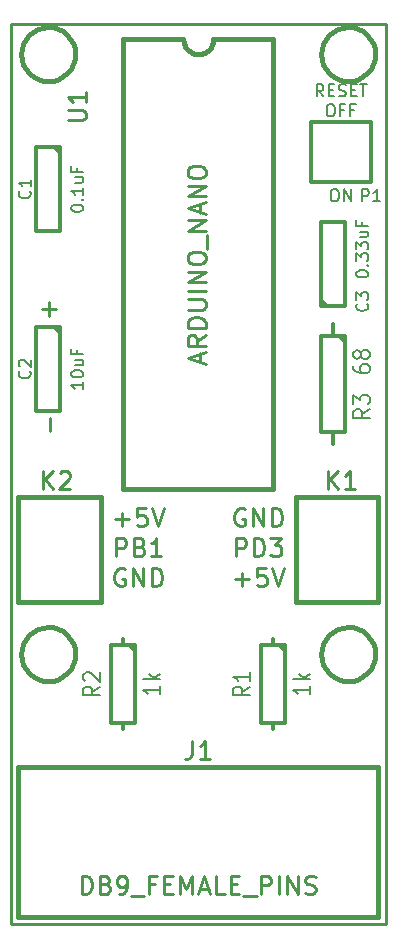
<source format=gto>
G04 (created by PCBNEW-RS274X (2010-03-14)-final) date Tue 08 Feb 2011 03:21:09 PM PST*
G01*
G70*
G90*
%MOIN*%
G04 Gerber Fmt 3.4, Leading zero omitted, Abs format*
%FSLAX34Y34*%
G04 APERTURE LIST*
%ADD10C,0.006000*%
%ADD11C,0.006700*%
%ADD12C,0.010000*%
%ADD13C,0.009000*%
%ADD14C,0.015000*%
%ADD15C,0.012000*%
%ADD16C,0.008000*%
G04 APERTURE END LIST*
G54D10*
G54D11*
X57169Y-27412D02*
X57035Y-27221D01*
X56940Y-27412D02*
X56940Y-27012D01*
X57093Y-27012D01*
X57131Y-27031D01*
X57150Y-27050D01*
X57169Y-27088D01*
X57169Y-27145D01*
X57150Y-27183D01*
X57131Y-27202D01*
X57093Y-27221D01*
X56940Y-27221D01*
X57340Y-27202D02*
X57474Y-27202D01*
X57531Y-27412D02*
X57340Y-27412D01*
X57340Y-27012D01*
X57531Y-27012D01*
X57683Y-27393D02*
X57740Y-27412D01*
X57836Y-27412D01*
X57874Y-27393D01*
X57893Y-27374D01*
X57912Y-27336D01*
X57912Y-27298D01*
X57893Y-27260D01*
X57874Y-27240D01*
X57836Y-27221D01*
X57759Y-27202D01*
X57721Y-27183D01*
X57702Y-27164D01*
X57683Y-27126D01*
X57683Y-27088D01*
X57702Y-27050D01*
X57721Y-27031D01*
X57759Y-27012D01*
X57855Y-27012D01*
X57912Y-27031D01*
X58083Y-27202D02*
X58217Y-27202D01*
X58274Y-27412D02*
X58083Y-27412D01*
X58083Y-27012D01*
X58274Y-27012D01*
X58388Y-27012D02*
X58617Y-27012D01*
X58502Y-27412D02*
X58502Y-27012D01*
X57369Y-27672D02*
X57446Y-27672D01*
X57484Y-27691D01*
X57522Y-27729D01*
X57541Y-27805D01*
X57541Y-27939D01*
X57522Y-28015D01*
X57484Y-28053D01*
X57446Y-28072D01*
X57369Y-28072D01*
X57331Y-28053D01*
X57293Y-28015D01*
X57274Y-27939D01*
X57274Y-27805D01*
X57293Y-27729D01*
X57331Y-27691D01*
X57369Y-27672D01*
X57846Y-27862D02*
X57712Y-27862D01*
X57712Y-28072D02*
X57712Y-27672D01*
X57903Y-27672D01*
X58189Y-27862D02*
X58055Y-27862D01*
X58055Y-28072D02*
X58055Y-27672D01*
X58246Y-27672D01*
X57502Y-30512D02*
X57579Y-30512D01*
X57617Y-30531D01*
X57655Y-30569D01*
X57674Y-30645D01*
X57674Y-30779D01*
X57655Y-30855D01*
X57617Y-30893D01*
X57579Y-30912D01*
X57502Y-30912D01*
X57464Y-30893D01*
X57426Y-30855D01*
X57407Y-30779D01*
X57407Y-30645D01*
X57426Y-30569D01*
X57464Y-30531D01*
X57502Y-30512D01*
X57845Y-30912D02*
X57845Y-30512D01*
X58074Y-30912D01*
X58074Y-30512D01*
G54D12*
X54543Y-41171D02*
X54486Y-41143D01*
X54400Y-41143D01*
X54315Y-41171D01*
X54257Y-41229D01*
X54229Y-41286D01*
X54200Y-41400D01*
X54200Y-41486D01*
X54229Y-41600D01*
X54257Y-41657D01*
X54315Y-41714D01*
X54400Y-41743D01*
X54457Y-41743D01*
X54543Y-41714D01*
X54572Y-41686D01*
X54572Y-41486D01*
X54457Y-41486D01*
X54829Y-41743D02*
X54829Y-41143D01*
X55172Y-41743D01*
X55172Y-41143D01*
X55458Y-41743D02*
X55458Y-41143D01*
X55601Y-41143D01*
X55686Y-41171D01*
X55744Y-41229D01*
X55772Y-41286D01*
X55801Y-41400D01*
X55801Y-41486D01*
X55772Y-41600D01*
X55744Y-41657D01*
X55686Y-41714D01*
X55601Y-41743D01*
X55458Y-41743D01*
X50543Y-43171D02*
X50486Y-43143D01*
X50400Y-43143D01*
X50315Y-43171D01*
X50257Y-43229D01*
X50229Y-43286D01*
X50200Y-43400D01*
X50200Y-43486D01*
X50229Y-43600D01*
X50257Y-43657D01*
X50315Y-43714D01*
X50400Y-43743D01*
X50457Y-43743D01*
X50543Y-43714D01*
X50572Y-43686D01*
X50572Y-43486D01*
X50457Y-43486D01*
X50829Y-43743D02*
X50829Y-43143D01*
X51172Y-43743D01*
X51172Y-43143D01*
X51458Y-43743D02*
X51458Y-43143D01*
X51601Y-43143D01*
X51686Y-43171D01*
X51744Y-43229D01*
X51772Y-43286D01*
X51801Y-43400D01*
X51801Y-43486D01*
X51772Y-43600D01*
X51744Y-43657D01*
X51686Y-43714D01*
X51601Y-43743D01*
X51458Y-43743D01*
X54229Y-43514D02*
X54686Y-43514D01*
X54457Y-43743D02*
X54457Y-43286D01*
X55258Y-43143D02*
X54972Y-43143D01*
X54943Y-43429D01*
X54972Y-43400D01*
X55029Y-43371D01*
X55172Y-43371D01*
X55229Y-43400D01*
X55258Y-43429D01*
X55286Y-43486D01*
X55286Y-43629D01*
X55258Y-43686D01*
X55229Y-43714D01*
X55172Y-43743D01*
X55029Y-43743D01*
X54972Y-43714D01*
X54943Y-43686D01*
X55457Y-43143D02*
X55657Y-43743D01*
X55857Y-43143D01*
X50229Y-41514D02*
X50686Y-41514D01*
X50457Y-41743D02*
X50457Y-41286D01*
X51258Y-41143D02*
X50972Y-41143D01*
X50943Y-41429D01*
X50972Y-41400D01*
X51029Y-41371D01*
X51172Y-41371D01*
X51229Y-41400D01*
X51258Y-41429D01*
X51286Y-41486D01*
X51286Y-41629D01*
X51258Y-41686D01*
X51229Y-41714D01*
X51172Y-41743D01*
X51029Y-41743D01*
X50972Y-41714D01*
X50943Y-41686D01*
X51457Y-41143D02*
X51657Y-41743D01*
X51857Y-41143D01*
G54D13*
X59250Y-25000D02*
X46750Y-25000D01*
X59250Y-55000D02*
X59250Y-25000D01*
X46750Y-55000D02*
X59250Y-55000D01*
X46750Y-25000D02*
X46750Y-55000D01*
G54D14*
X47000Y-40750D02*
X49750Y-40750D01*
X49750Y-40750D02*
X49750Y-44250D01*
X49750Y-44250D02*
X47000Y-44250D01*
X47000Y-44250D02*
X47000Y-40750D01*
X59000Y-44250D02*
X56250Y-44250D01*
X56250Y-44250D02*
X56250Y-40750D01*
X56250Y-40750D02*
X59000Y-40750D01*
X59000Y-40750D02*
X59000Y-44250D01*
X59000Y-50500D02*
X59000Y-49750D01*
X59000Y-49750D02*
X47000Y-49750D01*
X47000Y-49750D02*
X47000Y-50500D01*
X47000Y-50500D02*
X47000Y-54750D01*
X47000Y-54750D02*
X59000Y-54750D01*
X59000Y-54750D02*
X59000Y-50500D01*
G54D15*
X57100Y-34400D02*
X57100Y-31600D01*
X57100Y-31600D02*
X57900Y-31600D01*
X57900Y-31600D02*
X57900Y-34400D01*
X57900Y-34400D02*
X57100Y-34400D01*
X57300Y-34400D02*
X57100Y-34200D01*
X58750Y-28250D02*
X58750Y-30250D01*
X58750Y-30250D02*
X56750Y-30250D01*
X56750Y-30250D02*
X56750Y-28250D01*
X56750Y-28250D02*
X58750Y-28250D01*
X48400Y-29100D02*
X48400Y-31900D01*
X48400Y-31900D02*
X47600Y-31900D01*
X47600Y-31900D02*
X47600Y-29100D01*
X47600Y-29100D02*
X48400Y-29100D01*
X48200Y-29100D02*
X48400Y-29300D01*
X48400Y-35100D02*
X48400Y-37900D01*
X48400Y-37900D02*
X47600Y-37900D01*
X47600Y-37900D02*
X47600Y-35100D01*
X47600Y-35100D02*
X48400Y-35100D01*
X48200Y-35100D02*
X48400Y-35300D01*
X55500Y-45500D02*
X55500Y-45700D01*
X55500Y-48500D02*
X55500Y-48300D01*
X55500Y-48300D02*
X55900Y-48300D01*
X55900Y-48300D02*
X55900Y-45700D01*
X55900Y-45700D02*
X55100Y-45700D01*
X55100Y-45700D02*
X55100Y-48300D01*
X55100Y-48300D02*
X55500Y-48300D01*
X55700Y-45700D02*
X55900Y-45900D01*
X50500Y-45500D02*
X50500Y-45700D01*
X50500Y-48500D02*
X50500Y-48300D01*
X50500Y-48300D02*
X50900Y-48300D01*
X50900Y-48300D02*
X50900Y-45700D01*
X50900Y-45700D02*
X50100Y-45700D01*
X50100Y-45700D02*
X50100Y-48300D01*
X50100Y-48300D02*
X50500Y-48300D01*
X50700Y-45700D02*
X50900Y-45900D01*
X57500Y-35000D02*
X57500Y-35400D01*
X57500Y-35400D02*
X57900Y-35400D01*
X57900Y-35400D02*
X57900Y-38600D01*
X57900Y-38600D02*
X57100Y-38600D01*
X57100Y-38600D02*
X57100Y-35400D01*
X57100Y-35400D02*
X57500Y-35400D01*
X57700Y-35400D02*
X57900Y-35600D01*
X57500Y-39000D02*
X57500Y-38600D01*
G54D14*
X52500Y-25500D02*
X52502Y-25543D01*
X52508Y-25586D01*
X52518Y-25629D01*
X52531Y-25671D01*
X52547Y-25711D01*
X52567Y-25749D01*
X52591Y-25786D01*
X52617Y-25821D01*
X52647Y-25853D01*
X52679Y-25883D01*
X52714Y-25909D01*
X52751Y-25933D01*
X52789Y-25953D01*
X52829Y-25969D01*
X52871Y-25982D01*
X52914Y-25992D01*
X52957Y-25998D01*
X53000Y-26000D01*
X53000Y-26000D02*
X53043Y-25998D01*
X53086Y-25992D01*
X53129Y-25982D01*
X53171Y-25969D01*
X53211Y-25953D01*
X53250Y-25933D01*
X53286Y-25909D01*
X53321Y-25883D01*
X53353Y-25853D01*
X53383Y-25821D01*
X53409Y-25786D01*
X53433Y-25749D01*
X53453Y-25711D01*
X53469Y-25671D01*
X53482Y-25629D01*
X53492Y-25586D01*
X53498Y-25543D01*
X53500Y-25500D01*
X55500Y-25500D02*
X53500Y-25500D01*
X50500Y-25500D02*
X52500Y-25500D01*
X50500Y-25500D02*
X50500Y-40500D01*
X50500Y-40500D02*
X55500Y-40500D01*
X55500Y-40500D02*
X55500Y-25500D01*
X58900Y-46000D02*
X58882Y-46174D01*
X58832Y-46342D01*
X58749Y-46498D01*
X58638Y-46634D01*
X58503Y-46746D01*
X58348Y-46829D01*
X58180Y-46881D01*
X58006Y-46899D01*
X57832Y-46884D01*
X57663Y-46834D01*
X57508Y-46753D01*
X57371Y-46643D01*
X57258Y-46508D01*
X57173Y-46354D01*
X57120Y-46187D01*
X57101Y-46012D01*
X57115Y-45838D01*
X57164Y-45669D01*
X57244Y-45513D01*
X57353Y-45375D01*
X57487Y-45261D01*
X57640Y-45176D01*
X57807Y-45121D01*
X57982Y-45101D01*
X58156Y-45114D01*
X58325Y-45161D01*
X58482Y-45241D01*
X58620Y-45349D01*
X58735Y-45482D01*
X58822Y-45634D01*
X58877Y-45801D01*
X58899Y-45975D01*
X58900Y-46000D01*
X48900Y-46000D02*
X48882Y-46174D01*
X48832Y-46342D01*
X48749Y-46498D01*
X48638Y-46634D01*
X48503Y-46746D01*
X48348Y-46829D01*
X48180Y-46881D01*
X48006Y-46899D01*
X47832Y-46884D01*
X47663Y-46834D01*
X47508Y-46753D01*
X47371Y-46643D01*
X47258Y-46508D01*
X47173Y-46354D01*
X47120Y-46187D01*
X47101Y-46012D01*
X47115Y-45838D01*
X47164Y-45669D01*
X47244Y-45513D01*
X47353Y-45375D01*
X47487Y-45261D01*
X47640Y-45176D01*
X47807Y-45121D01*
X47982Y-45101D01*
X48156Y-45114D01*
X48325Y-45161D01*
X48482Y-45241D01*
X48620Y-45349D01*
X48735Y-45482D01*
X48822Y-45634D01*
X48877Y-45801D01*
X48899Y-45975D01*
X48900Y-46000D01*
X58900Y-26000D02*
X58882Y-26174D01*
X58832Y-26342D01*
X58749Y-26498D01*
X58638Y-26634D01*
X58503Y-26746D01*
X58348Y-26829D01*
X58180Y-26881D01*
X58006Y-26899D01*
X57832Y-26884D01*
X57663Y-26834D01*
X57508Y-26753D01*
X57371Y-26643D01*
X57258Y-26508D01*
X57173Y-26354D01*
X57120Y-26187D01*
X57101Y-26012D01*
X57115Y-25838D01*
X57164Y-25669D01*
X57244Y-25513D01*
X57353Y-25375D01*
X57487Y-25261D01*
X57640Y-25176D01*
X57807Y-25121D01*
X57982Y-25101D01*
X58156Y-25114D01*
X58325Y-25161D01*
X58482Y-25241D01*
X58620Y-25349D01*
X58735Y-25482D01*
X58822Y-25634D01*
X58877Y-25801D01*
X58899Y-25975D01*
X58900Y-26000D01*
X48900Y-26000D02*
X48882Y-26174D01*
X48832Y-26342D01*
X48749Y-26498D01*
X48638Y-26634D01*
X48503Y-26746D01*
X48348Y-26829D01*
X48180Y-26881D01*
X48006Y-26899D01*
X47832Y-26884D01*
X47663Y-26834D01*
X47508Y-26753D01*
X47371Y-26643D01*
X47258Y-26508D01*
X47173Y-26354D01*
X47120Y-26187D01*
X47101Y-26012D01*
X47115Y-25838D01*
X47164Y-25669D01*
X47244Y-25513D01*
X47353Y-25375D01*
X47487Y-25261D01*
X47640Y-25176D01*
X47807Y-25121D01*
X47982Y-25101D01*
X48156Y-25114D01*
X48325Y-25161D01*
X48482Y-25241D01*
X48620Y-25349D01*
X48735Y-25482D01*
X48822Y-25634D01*
X48877Y-25801D01*
X48899Y-25975D01*
X48900Y-26000D01*
G54D12*
X47808Y-40493D02*
X47808Y-39893D01*
X48151Y-40493D02*
X47894Y-40150D01*
X48151Y-39893D02*
X47808Y-40236D01*
X48379Y-39950D02*
X48408Y-39921D01*
X48465Y-39893D01*
X48608Y-39893D01*
X48665Y-39921D01*
X48694Y-39950D01*
X48722Y-40007D01*
X48722Y-40064D01*
X48694Y-40150D01*
X48351Y-40493D01*
X48722Y-40493D01*
X50258Y-42743D02*
X50258Y-42143D01*
X50486Y-42143D01*
X50544Y-42171D01*
X50572Y-42200D01*
X50601Y-42257D01*
X50601Y-42343D01*
X50572Y-42400D01*
X50544Y-42429D01*
X50486Y-42457D01*
X50258Y-42457D01*
X51058Y-42429D02*
X51144Y-42457D01*
X51172Y-42486D01*
X51201Y-42543D01*
X51201Y-42629D01*
X51172Y-42686D01*
X51144Y-42714D01*
X51086Y-42743D01*
X50858Y-42743D01*
X50858Y-42143D01*
X51058Y-42143D01*
X51115Y-42171D01*
X51144Y-42200D01*
X51172Y-42257D01*
X51172Y-42314D01*
X51144Y-42371D01*
X51115Y-42400D01*
X51058Y-42429D01*
X50858Y-42429D01*
X51772Y-42743D02*
X51429Y-42743D01*
X51601Y-42743D02*
X51601Y-42143D01*
X51544Y-42229D01*
X51486Y-42286D01*
X51429Y-42314D01*
X57308Y-40493D02*
X57308Y-39893D01*
X57651Y-40493D02*
X57394Y-40150D01*
X57651Y-39893D02*
X57308Y-40236D01*
X58222Y-40493D02*
X57879Y-40493D01*
X58051Y-40493D02*
X58051Y-39893D01*
X57994Y-39979D01*
X57936Y-40036D01*
X57879Y-40064D01*
X54258Y-42743D02*
X54258Y-42143D01*
X54486Y-42143D01*
X54544Y-42171D01*
X54572Y-42200D01*
X54601Y-42257D01*
X54601Y-42343D01*
X54572Y-42400D01*
X54544Y-42429D01*
X54486Y-42457D01*
X54258Y-42457D01*
X54858Y-42743D02*
X54858Y-42143D01*
X55001Y-42143D01*
X55086Y-42171D01*
X55144Y-42229D01*
X55172Y-42286D01*
X55201Y-42400D01*
X55201Y-42486D01*
X55172Y-42600D01*
X55144Y-42657D01*
X55086Y-42714D01*
X55001Y-42743D01*
X54858Y-42743D01*
X55401Y-42143D02*
X55772Y-42143D01*
X55572Y-42371D01*
X55658Y-42371D01*
X55715Y-42400D01*
X55744Y-42429D01*
X55772Y-42486D01*
X55772Y-42629D01*
X55744Y-42686D01*
X55715Y-42714D01*
X55658Y-42743D01*
X55486Y-42743D01*
X55429Y-42714D01*
X55401Y-42686D01*
X52800Y-48893D02*
X52800Y-49321D01*
X52772Y-49407D01*
X52715Y-49464D01*
X52629Y-49493D01*
X52572Y-49493D01*
X53400Y-49493D02*
X53057Y-49493D01*
X53229Y-49493D02*
X53229Y-48893D01*
X53172Y-48979D01*
X53114Y-49036D01*
X53057Y-49064D01*
X49115Y-53993D02*
X49115Y-53393D01*
X49258Y-53393D01*
X49343Y-53421D01*
X49401Y-53479D01*
X49429Y-53536D01*
X49458Y-53650D01*
X49458Y-53736D01*
X49429Y-53850D01*
X49401Y-53907D01*
X49343Y-53964D01*
X49258Y-53993D01*
X49115Y-53993D01*
X49915Y-53679D02*
X50001Y-53707D01*
X50029Y-53736D01*
X50058Y-53793D01*
X50058Y-53879D01*
X50029Y-53936D01*
X50001Y-53964D01*
X49943Y-53993D01*
X49715Y-53993D01*
X49715Y-53393D01*
X49915Y-53393D01*
X49972Y-53421D01*
X50001Y-53450D01*
X50029Y-53507D01*
X50029Y-53564D01*
X50001Y-53621D01*
X49972Y-53650D01*
X49915Y-53679D01*
X49715Y-53679D01*
X50343Y-53993D02*
X50458Y-53993D01*
X50515Y-53964D01*
X50543Y-53936D01*
X50601Y-53850D01*
X50629Y-53736D01*
X50629Y-53507D01*
X50601Y-53450D01*
X50572Y-53421D01*
X50515Y-53393D01*
X50401Y-53393D01*
X50343Y-53421D01*
X50315Y-53450D01*
X50286Y-53507D01*
X50286Y-53650D01*
X50315Y-53707D01*
X50343Y-53736D01*
X50401Y-53764D01*
X50515Y-53764D01*
X50572Y-53736D01*
X50601Y-53707D01*
X50629Y-53650D01*
X50743Y-54050D02*
X51200Y-54050D01*
X51543Y-53679D02*
X51343Y-53679D01*
X51343Y-53993D02*
X51343Y-53393D01*
X51629Y-53393D01*
X51857Y-53679D02*
X52057Y-53679D01*
X52143Y-53993D02*
X51857Y-53993D01*
X51857Y-53393D01*
X52143Y-53393D01*
X52400Y-53993D02*
X52400Y-53393D01*
X52600Y-53821D01*
X52800Y-53393D01*
X52800Y-53993D01*
X53057Y-53821D02*
X53343Y-53821D01*
X53000Y-53993D02*
X53200Y-53393D01*
X53400Y-53993D01*
X53886Y-53993D02*
X53600Y-53993D01*
X53600Y-53393D01*
X54086Y-53679D02*
X54286Y-53679D01*
X54372Y-53993D02*
X54086Y-53993D01*
X54086Y-53393D01*
X54372Y-53393D01*
X54486Y-54050D02*
X54943Y-54050D01*
X55086Y-53993D02*
X55086Y-53393D01*
X55314Y-53393D01*
X55372Y-53421D01*
X55400Y-53450D01*
X55429Y-53507D01*
X55429Y-53593D01*
X55400Y-53650D01*
X55372Y-53679D01*
X55314Y-53707D01*
X55086Y-53707D01*
X55686Y-53993D02*
X55686Y-53393D01*
X55972Y-53993D02*
X55972Y-53393D01*
X56315Y-53993D01*
X56315Y-53393D01*
X56572Y-53964D02*
X56658Y-53993D01*
X56801Y-53993D01*
X56858Y-53964D01*
X56887Y-53936D01*
X56915Y-53879D01*
X56915Y-53821D01*
X56887Y-53764D01*
X56858Y-53736D01*
X56801Y-53707D01*
X56687Y-53679D01*
X56629Y-53650D01*
X56601Y-53621D01*
X56572Y-53564D01*
X56572Y-53507D01*
X56601Y-53450D01*
X56629Y-53421D01*
X56687Y-53393D01*
X56829Y-53393D01*
X56915Y-53421D01*
G54D11*
X58624Y-34316D02*
X58643Y-34335D01*
X58662Y-34392D01*
X58662Y-34430D01*
X58643Y-34488D01*
X58605Y-34526D01*
X58567Y-34545D01*
X58490Y-34564D01*
X58433Y-34564D01*
X58357Y-34545D01*
X58319Y-34526D01*
X58281Y-34488D01*
X58262Y-34430D01*
X58262Y-34392D01*
X58281Y-34335D01*
X58300Y-34316D01*
X58262Y-34183D02*
X58262Y-33935D01*
X58414Y-34069D01*
X58414Y-34011D01*
X58433Y-33973D01*
X58452Y-33954D01*
X58490Y-33935D01*
X58586Y-33935D01*
X58624Y-33954D01*
X58643Y-33973D01*
X58662Y-34011D01*
X58662Y-34126D01*
X58643Y-34164D01*
X58624Y-34183D01*
X58262Y-33348D02*
X58262Y-33309D01*
X58281Y-33271D01*
X58300Y-33252D01*
X58338Y-33233D01*
X58414Y-33214D01*
X58510Y-33214D01*
X58586Y-33233D01*
X58624Y-33252D01*
X58643Y-33271D01*
X58662Y-33309D01*
X58662Y-33348D01*
X58643Y-33386D01*
X58624Y-33405D01*
X58586Y-33424D01*
X58510Y-33443D01*
X58414Y-33443D01*
X58338Y-33424D01*
X58300Y-33405D01*
X58281Y-33386D01*
X58262Y-33348D01*
X58624Y-33043D02*
X58643Y-33024D01*
X58662Y-33043D01*
X58643Y-33062D01*
X58624Y-33043D01*
X58662Y-33043D01*
X58262Y-32891D02*
X58262Y-32643D01*
X58414Y-32777D01*
X58414Y-32719D01*
X58433Y-32681D01*
X58452Y-32662D01*
X58490Y-32643D01*
X58586Y-32643D01*
X58624Y-32662D01*
X58643Y-32681D01*
X58662Y-32719D01*
X58662Y-32834D01*
X58643Y-32872D01*
X58624Y-32891D01*
X58262Y-32510D02*
X58262Y-32262D01*
X58414Y-32396D01*
X58414Y-32338D01*
X58433Y-32300D01*
X58452Y-32281D01*
X58490Y-32262D01*
X58586Y-32262D01*
X58624Y-32281D01*
X58643Y-32300D01*
X58662Y-32338D01*
X58662Y-32453D01*
X58643Y-32491D01*
X58624Y-32510D01*
X58395Y-31919D02*
X58662Y-31919D01*
X58395Y-32091D02*
X58605Y-32091D01*
X58643Y-32072D01*
X58662Y-32034D01*
X58662Y-31976D01*
X58643Y-31938D01*
X58624Y-31919D01*
X58452Y-31595D02*
X58452Y-31729D01*
X58662Y-31729D02*
X58262Y-31729D01*
X58262Y-31538D01*
X58455Y-30912D02*
X58455Y-30512D01*
X58608Y-30512D01*
X58646Y-30531D01*
X58665Y-30550D01*
X58684Y-30588D01*
X58684Y-30645D01*
X58665Y-30683D01*
X58646Y-30702D01*
X58608Y-30721D01*
X58455Y-30721D01*
X59065Y-30912D02*
X58836Y-30912D01*
X58950Y-30912D02*
X58950Y-30512D01*
X58912Y-30569D01*
X58874Y-30607D01*
X58836Y-30626D01*
X47374Y-30566D02*
X47393Y-30585D01*
X47412Y-30642D01*
X47412Y-30680D01*
X47393Y-30738D01*
X47355Y-30776D01*
X47317Y-30795D01*
X47240Y-30814D01*
X47183Y-30814D01*
X47107Y-30795D01*
X47069Y-30776D01*
X47031Y-30738D01*
X47012Y-30680D01*
X47012Y-30642D01*
X47031Y-30585D01*
X47050Y-30566D01*
X47412Y-30185D02*
X47412Y-30414D01*
X47412Y-30300D02*
X47012Y-30300D01*
X47069Y-30338D01*
X47107Y-30376D01*
X47126Y-30414D01*
X48762Y-31157D02*
X48762Y-31118D01*
X48781Y-31080D01*
X48800Y-31061D01*
X48838Y-31042D01*
X48914Y-31023D01*
X49010Y-31023D01*
X49086Y-31042D01*
X49124Y-31061D01*
X49143Y-31080D01*
X49162Y-31118D01*
X49162Y-31157D01*
X49143Y-31195D01*
X49124Y-31214D01*
X49086Y-31233D01*
X49010Y-31252D01*
X48914Y-31252D01*
X48838Y-31233D01*
X48800Y-31214D01*
X48781Y-31195D01*
X48762Y-31157D01*
X49124Y-30852D02*
X49143Y-30833D01*
X49162Y-30852D01*
X49143Y-30871D01*
X49124Y-30852D01*
X49162Y-30852D01*
X49162Y-30452D02*
X49162Y-30681D01*
X49162Y-30567D02*
X48762Y-30567D01*
X48819Y-30605D01*
X48857Y-30643D01*
X48876Y-30681D01*
X48895Y-30109D02*
X49162Y-30109D01*
X48895Y-30281D02*
X49105Y-30281D01*
X49143Y-30262D01*
X49162Y-30224D01*
X49162Y-30166D01*
X49143Y-30128D01*
X49124Y-30109D01*
X48952Y-29785D02*
X48952Y-29919D01*
X49162Y-29919D02*
X48762Y-29919D01*
X48762Y-29728D01*
X47374Y-36566D02*
X47393Y-36585D01*
X47412Y-36642D01*
X47412Y-36680D01*
X47393Y-36738D01*
X47355Y-36776D01*
X47317Y-36795D01*
X47240Y-36814D01*
X47183Y-36814D01*
X47107Y-36795D01*
X47069Y-36776D01*
X47031Y-36738D01*
X47012Y-36680D01*
X47012Y-36642D01*
X47031Y-36585D01*
X47050Y-36566D01*
X47050Y-36414D02*
X47031Y-36395D01*
X47012Y-36357D01*
X47012Y-36261D01*
X47031Y-36223D01*
X47050Y-36204D01*
X47088Y-36185D01*
X47126Y-36185D01*
X47183Y-36204D01*
X47412Y-36433D01*
X47412Y-36185D01*
X49162Y-36928D02*
X49162Y-37157D01*
X49162Y-37043D02*
X48762Y-37043D01*
X48819Y-37081D01*
X48857Y-37119D01*
X48876Y-37157D01*
X48762Y-36681D02*
X48762Y-36642D01*
X48781Y-36604D01*
X48800Y-36585D01*
X48838Y-36566D01*
X48914Y-36547D01*
X49010Y-36547D01*
X49086Y-36566D01*
X49124Y-36585D01*
X49143Y-36604D01*
X49162Y-36642D01*
X49162Y-36681D01*
X49143Y-36719D01*
X49124Y-36738D01*
X49086Y-36757D01*
X49010Y-36776D01*
X48914Y-36776D01*
X48838Y-36757D01*
X48800Y-36738D01*
X48781Y-36719D01*
X48762Y-36681D01*
X48895Y-36204D02*
X49162Y-36204D01*
X48895Y-36376D02*
X49105Y-36376D01*
X49143Y-36357D01*
X49162Y-36319D01*
X49162Y-36261D01*
X49143Y-36223D01*
X49124Y-36204D01*
X48952Y-35880D02*
X48952Y-36014D01*
X49162Y-36014D02*
X48762Y-36014D01*
X48762Y-35823D01*
G54D12*
X48064Y-38578D02*
X48064Y-38121D01*
X48014Y-34728D02*
X48014Y-34271D01*
X48243Y-34500D02*
X47786Y-34500D01*
G54D16*
X54723Y-47083D02*
X54461Y-47250D01*
X54723Y-47369D02*
X54173Y-47369D01*
X54173Y-47178D01*
X54199Y-47131D01*
X54225Y-47107D01*
X54277Y-47083D01*
X54356Y-47083D01*
X54408Y-47107D01*
X54435Y-47131D01*
X54461Y-47178D01*
X54461Y-47369D01*
X54723Y-46607D02*
X54723Y-46893D01*
X54723Y-46750D02*
X54173Y-46750D01*
X54251Y-46798D01*
X54304Y-46845D01*
X54330Y-46893D01*
X56723Y-47059D02*
X56723Y-47345D01*
X56723Y-47202D02*
X56173Y-47202D01*
X56251Y-47250D01*
X56304Y-47297D01*
X56330Y-47345D01*
X56723Y-46845D02*
X56173Y-46845D01*
X56513Y-46797D02*
X56723Y-46654D01*
X56356Y-46654D02*
X56565Y-46845D01*
X49723Y-47083D02*
X49461Y-47250D01*
X49723Y-47369D02*
X49173Y-47369D01*
X49173Y-47178D01*
X49199Y-47131D01*
X49225Y-47107D01*
X49277Y-47083D01*
X49356Y-47083D01*
X49408Y-47107D01*
X49435Y-47131D01*
X49461Y-47178D01*
X49461Y-47369D01*
X49225Y-46893D02*
X49199Y-46869D01*
X49173Y-46821D01*
X49173Y-46702D01*
X49199Y-46655D01*
X49225Y-46631D01*
X49277Y-46607D01*
X49330Y-46607D01*
X49408Y-46631D01*
X49723Y-46917D01*
X49723Y-46607D01*
X51723Y-47059D02*
X51723Y-47345D01*
X51723Y-47202D02*
X51173Y-47202D01*
X51251Y-47250D01*
X51304Y-47297D01*
X51330Y-47345D01*
X51723Y-46845D02*
X51173Y-46845D01*
X51513Y-46797D02*
X51723Y-46654D01*
X51356Y-46654D02*
X51565Y-46845D01*
X58723Y-37833D02*
X58461Y-38000D01*
X58723Y-38119D02*
X58173Y-38119D01*
X58173Y-37928D01*
X58199Y-37881D01*
X58225Y-37857D01*
X58277Y-37833D01*
X58356Y-37833D01*
X58408Y-37857D01*
X58435Y-37881D01*
X58461Y-37928D01*
X58461Y-38119D01*
X58173Y-37667D02*
X58173Y-37357D01*
X58382Y-37524D01*
X58382Y-37452D01*
X58408Y-37405D01*
X58435Y-37381D01*
X58487Y-37357D01*
X58618Y-37357D01*
X58670Y-37381D01*
X58696Y-37405D01*
X58723Y-37452D01*
X58723Y-37595D01*
X58696Y-37643D01*
X58670Y-37667D01*
X58173Y-36393D02*
X58173Y-36488D01*
X58199Y-36536D01*
X58225Y-36559D01*
X58304Y-36607D01*
X58408Y-36631D01*
X58618Y-36631D01*
X58670Y-36607D01*
X58696Y-36583D01*
X58723Y-36536D01*
X58723Y-36440D01*
X58696Y-36393D01*
X58670Y-36369D01*
X58618Y-36345D01*
X58487Y-36345D01*
X58435Y-36369D01*
X58408Y-36393D01*
X58382Y-36440D01*
X58382Y-36536D01*
X58408Y-36583D01*
X58435Y-36607D01*
X58487Y-36631D01*
X58408Y-36060D02*
X58382Y-36107D01*
X58356Y-36131D01*
X58304Y-36155D01*
X58277Y-36155D01*
X58225Y-36131D01*
X58199Y-36107D01*
X58173Y-36060D01*
X58173Y-35964D01*
X58199Y-35917D01*
X58225Y-35893D01*
X58277Y-35869D01*
X58304Y-35869D01*
X58356Y-35893D01*
X58382Y-35917D01*
X58408Y-35964D01*
X58408Y-36060D01*
X58435Y-36107D01*
X58461Y-36131D01*
X58513Y-36155D01*
X58618Y-36155D01*
X58670Y-36131D01*
X58696Y-36107D01*
X58723Y-36060D01*
X58723Y-35964D01*
X58696Y-35917D01*
X58670Y-35893D01*
X58618Y-35869D01*
X58513Y-35869D01*
X58461Y-35893D01*
X58435Y-35917D01*
X58408Y-35964D01*
G54D12*
X48643Y-28207D02*
X49129Y-28207D01*
X49186Y-28179D01*
X49214Y-28150D01*
X49243Y-28093D01*
X49243Y-27979D01*
X49214Y-27921D01*
X49186Y-27893D01*
X49129Y-27864D01*
X48643Y-27864D01*
X49243Y-27264D02*
X49243Y-27607D01*
X49243Y-27435D02*
X48643Y-27435D01*
X48729Y-27492D01*
X48786Y-27550D01*
X48814Y-27607D01*
X53071Y-36258D02*
X53071Y-35972D01*
X53243Y-36315D02*
X52643Y-36115D01*
X53243Y-35915D01*
X53243Y-35372D02*
X52957Y-35572D01*
X53243Y-35715D02*
X52643Y-35715D01*
X52643Y-35487D01*
X52671Y-35429D01*
X52700Y-35401D01*
X52757Y-35372D01*
X52843Y-35372D01*
X52900Y-35401D01*
X52929Y-35429D01*
X52957Y-35487D01*
X52957Y-35715D01*
X53243Y-35115D02*
X52643Y-35115D01*
X52643Y-34972D01*
X52671Y-34887D01*
X52729Y-34829D01*
X52786Y-34801D01*
X52900Y-34772D01*
X52986Y-34772D01*
X53100Y-34801D01*
X53157Y-34829D01*
X53214Y-34887D01*
X53243Y-34972D01*
X53243Y-35115D01*
X52643Y-34515D02*
X53129Y-34515D01*
X53186Y-34487D01*
X53214Y-34458D01*
X53243Y-34401D01*
X53243Y-34287D01*
X53214Y-34229D01*
X53186Y-34201D01*
X53129Y-34172D01*
X52643Y-34172D01*
X53243Y-33886D02*
X52643Y-33886D01*
X53243Y-33600D02*
X52643Y-33600D01*
X53243Y-33257D01*
X52643Y-33257D01*
X52643Y-32857D02*
X52643Y-32743D01*
X52671Y-32685D01*
X52729Y-32628D01*
X52843Y-32600D01*
X53043Y-32600D01*
X53157Y-32628D01*
X53214Y-32685D01*
X53243Y-32743D01*
X53243Y-32857D01*
X53214Y-32914D01*
X53157Y-32971D01*
X53043Y-33000D01*
X52843Y-33000D01*
X52729Y-32971D01*
X52671Y-32914D01*
X52643Y-32857D01*
X53300Y-32485D02*
X53300Y-32028D01*
X53243Y-31885D02*
X52643Y-31885D01*
X53243Y-31542D01*
X52643Y-31542D01*
X53071Y-31285D02*
X53071Y-30999D01*
X53243Y-31342D02*
X52643Y-31142D01*
X53243Y-30942D01*
X53243Y-30742D02*
X52643Y-30742D01*
X53243Y-30399D01*
X52643Y-30399D01*
X52643Y-29999D02*
X52643Y-29885D01*
X52671Y-29827D01*
X52729Y-29770D01*
X52843Y-29742D01*
X53043Y-29742D01*
X53157Y-29770D01*
X53214Y-29827D01*
X53243Y-29885D01*
X53243Y-29999D01*
X53214Y-30056D01*
X53157Y-30113D01*
X53043Y-30142D01*
X52843Y-30142D01*
X52729Y-30113D01*
X52671Y-30056D01*
X52643Y-29999D01*
M02*

</source>
